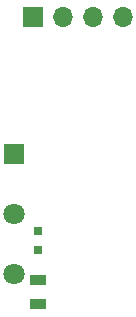
<source format=gbr>
%TF.GenerationSoftware,KiCad,Pcbnew,7.0.2*%
%TF.CreationDate,2023-08-30T02:12:12+03:00*%
%TF.ProjectId,PCBTRIGGERASSEMBLY,50434254-5249-4474-9745-52415353454d,rev?*%
%TF.SameCoordinates,Original*%
%TF.FileFunction,Soldermask,Bot*%
%TF.FilePolarity,Negative*%
%FSLAX46Y46*%
G04 Gerber Fmt 4.6, Leading zero omitted, Abs format (unit mm)*
G04 Created by KiCad (PCBNEW 7.0.2) date 2023-08-30 02:12:12*
%MOMM*%
%LPD*%
G01*
G04 APERTURE LIST*
%ADD10R,1.700000X1.700000*%
%ADD11O,1.700000X1.700000*%
%ADD12R,1.800000X1.800000*%
%ADD13C,1.800000*%
%ADD14R,0.800000X0.800000*%
%ADD15R,1.400000X0.900000*%
G04 APERTURE END LIST*
D10*
%TO.C,J4*%
X127400000Y-87500000D03*
D11*
X129940000Y-87500000D03*
X132480000Y-87500000D03*
X135020000Y-87500000D03*
%TD*%
D12*
%TO.C,S1*%
X125800000Y-99120000D03*
D13*
X125800000Y-104200000D03*
X125800000Y-109280000D03*
%TD*%
D14*
%TO.C,Q1*%
X127850000Y-105575000D03*
X127850000Y-107225000D03*
%TD*%
D15*
%TO.C,LED1*%
X127850000Y-109800000D03*
X127850000Y-111800000D03*
%TD*%
M02*

</source>
